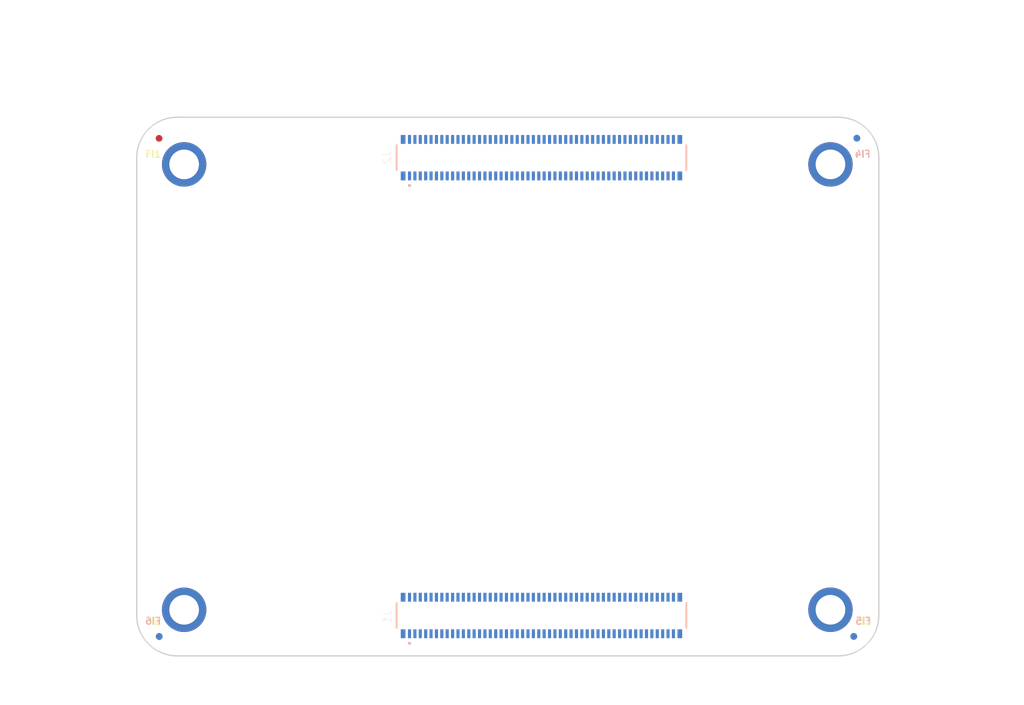
<source format=kicad_pcb>
(kicad_pcb (version 20221018) (generator pcbnew)
  (title_block (title "ULX4M-LD") (date "2022-10-01") (rev "v0.0.2") (company "Intergalaktik d.o.o.") (comment 1 "License: CERN-OHL-S v2"))
  (layers (0 "F.Cu" signal) (1 "In1.Cu" power "GND1.Cu") (2 "In2.Cu" signal "In2signal.Cu") (3 "In3.Cu" power "POWER.Cu") (4 "In4.Cu" power "GND2.Cu") (31 "B.Cu" signal) (34 "B.Paste" user) (35 "F.Paste" user) (36 "B.SilkS" user "B.Silkscreen") (37 "F.SilkS" user "F.Silkscreen") (38 "B.Mask" user) (39 "F.Mask" user) (44 "Edge.Cuts" user))
  (net 0 "")
  (net 1 "GND")
  (net 2 "+5V")
  (net 3 "HDMI0_TX2_P")
  (net 4 "HDMI0_TX2_N")
  (net 5 "HDMI0_TX1_P")
  (net 6 "HDMI0_TX1_N")
  (net 7 "HDMI0_TX0_P")
  (net 8 "HDMI0_TX0_N")
  (net 9 "HDMI0_CLK_P")
  (net 10 "HDMI0_CLK_N")
  (net 11 "CM4_1.8V")
  (net 12 "CM4_3.3V")
  (net 13 "USB_N")
  (net 14 "USB_P")
  (net 15 "HDMI1_HOTPLUG")
  (net 16 "HDMI1_SDA")
  (net 17 "HDMI1_TX2_P")
  (net 18 "HDMI1_SCL")
  (net 19 "HDMI1_TX2_N")
  (net 20 "HDMI1_CEC")
  (net 21 "HDMI1_TX1_P")
  (net 22 "HDMI1_TX1_N")
  (net 23 "HDMI1_TX0_P")
  (net 24 "HDMI1_TX0_N")
  (net 25 "HDMI1_CLK_P")
  (net 26 "HDMI1_CLK_N")
  (net 27 "HDMI0_CEC")
  (net 28 "HDMI0_HOTPLUG")
  (net 29 "HDMI0_SDA")
  (net 30 "HDMI0_SCL")
  (net 31 "PCIe_CLK_P")
  (net 32 "PCIe_CLK_N")
  (net 33 "PCIe_RX_P")
  (net 34 "PCIe_RX_N")
  (net 35 "PCIe_TX_P")
  (net 36 "PCIe_TX_N")
  (net 37 "GPIO12")
  (net 38 "GPIO16")
  (net 39 "GPIO20")
  (net 40 "GPIO21")
  (net 41 "PCIe_CLK_nREQ")
  (net 42 "PCIe_nRST")
  (net 43 "CAM0_D0_N")
  (net 44 "CAM0_D0_P")
  (net 45 "CAM0_D1_N")
  (net 46 "CAM0_D1_P")
  (net 47 "CAM0_C_N")
  (net 48 "CAM0_C_P")
  (net 49 "DSI0_D0_N")
  (net 50 "DSI0_D0_P")
  (net 51 "DSI0_D1_N")
  (net 52 "DSI0_D1_P")
  (net 53 "DSI0_C_N")
  (net 54 "DSI0_C_P")
  (net 55 "SD_PWR_ON")
  (net 56 "GPIO9")
  (net 57 "ETH_0P")
  (net 58 "ETH_2P")
  (net 59 "ETH_0N")
  (net 60 "ETH_2N")
  (net 61 "ETH_1N")
  (net 62 "ETH_3N")
  (net 63 "ETH_1P")
  (net 64 "ETH_3P")
  (net 65 "US2_ID")
  (net 66 "GPIO2")
  (net 67 "GPIO3")
  (net 68 "GPIO14")
  (net 69 "GPIO4")
  (net 70 "GPIO15")
  (net 71 "GPIO18")
  (net 72 "GPIO23")
  (net 73 "GPIO24")
  (net 74 "GPIO25")
  (net 75 "GPIO8")
  (net 76 "GPIO7")
  (net 77 "GPIO6")
  (net 78 "GPIO13")
  (net 79 "GPIO19")
  (net 80 "GPIO26")
  (net 81 "DSI1_D0_N")
  (net 82 "DSI1_D0_P")
  (net 83 "DSI1_D1_N")
  (net 84 "DSI1_D1_P")
  (net 85 "DSI1_C_N")
  (net 86 "DSI1_C_P")
  (net 87 "DSI1_D2_N")
  (net 88 "DSI1_D3_N")
  (net 89 "DSI1_D2_P")
  (net 90 "DSI1_D3_P")
  (net 91 "GPIO27")
  (net 92 "CAM1_D0_N")
  (net 93 "CAM1_D0_P")
  (net 94 "CAM1_D1_N")
  (net 95 "CAM1_D1_P")
  (net 96 "CAM1_C_N")
  (net 97 "CAM1_C_P")
  (net 98 "Camera_GPIO")
  (net 99 "SDA0")
  (net 100 "SCL0")
  (net 101 "GPIO17")
  (net 102 "GPIO22")
  (net 103 "GPIO10")
  (net 104 "GPIO11")
  (net 105 "ID_SD")
  (net 106 "ID_SC")
  (net 107 "GPIO5")
  (net 108 "ETH_nLED1")
  (net 109 "ETH_nLED2")
  (footprint "Fiducial:Fiducial_0.5mm_Mask1mm" (layer "F.Cu") (at 124.900001 104.415002)
    (fp_text reference "FI2" (at -0.45 -1.14) (layer "F.SilkS") (effects (font (size 0.5 0.5) (thickness 0.1))))
    (fp_text value "Fi")
    (pad "" smd circle (at 0 0) (size 0.5 0.5) (layers "F.Cu" "F.Mask") (clearance 0.25))
  )
  (footprint "Mounting_Holes:MountingHole_3.2mm_M3_ISO14580_Pad" (layer "F.Cu") (at 174.750001 102.435002 180)
    (fp_text reference "H1" hide)
    (fp_text value "HOLE" hide)
    (pad "1" thru_hole circle (at 0 0 180) (size 3.3 3.3) (drill 2.2) (layers "*.Cu" "*.Mask") (net 1 "GND"))
  )
  (footprint "Mounting_Holes:MountingHole_3.2mm_M3_ISO14580_Pad" (layer "F.Cu") (at 126.75 102.438601 180)
    (fp_text reference "H2" hide)
    (fp_text value "HOLE" hide)
    (pad "1" thru_hole circle (at 0 0 180) (size 3.3 3.3) (drill 2.2) (layers "*.Cu" "*.Mask") (net 1 "GND"))
  )
  (footprint "Fiducial:Fiducial_0.5mm_Mask1mm" (layer "F.Cu") (at 176.480001 104.415002)
    (fp_text reference "FI3" (at 0.71 -1.14) (layer "F.SilkS") (effects (font (size 0.5 0.5) (thickness 0.1))))
    (fp_text value "Fi")
    (pad "" smd circle (at 0 0) (size 0.5 0.5) (layers "F.Cu" "F.Mask") (clearance 0.25))
  )
  (footprint "Mounting_Holes:MountingHole_3.2mm_M3_ISO14580_Pad" (layer "F.Cu") (at 174.750001 69.360002 180)
    (fp_text reference "H3" hide)
    (fp_text value "HOLE" hide)
    (pad "1" thru_hole circle (at 0 0 180) (size 3.3 3.3) (drill 2.2) (layers "*.Cu" "*.Mask") (net 1 "GND"))
  )
  (footprint "Mounting_Holes:MountingHole_3.2mm_M3_ISO14580_Pad" (layer "F.Cu") (at 126.750001 69.360001 180)
    (fp_text reference "H4" hide)
    (fp_text value "HOLE" hide)
    (pad "1" thru_hole circle (at 0 0 180) (size 3.3 3.3) (drill 2.2) (layers "*.Cu" "*.Mask") (net 1 "GND"))
  )
  (footprint "Fiducial:Fiducial_0.5mm_Mask1mm" (layer "F.Cu") (at 124.890001 67.425002)
    (fp_text reference "FI1" (at -0.44 1.17) (layer "F.SilkS") (effects (font (size 0.5 0.5) (thickness 0.1))))
    (fp_text value "Fi")
    (pad "" smd circle (at 0 0) (size 0.5 0.5) (layers "F.Cu" "F.Mask") (clearance 0.25))
  )
  (footprint "Fiducial:Fiducial_0.5mm_Mask1mm" (layer "B.Cu") (at 176.710001 67.415002)
    (fp_text reference "FI4" (at 0.43 1.18) (layer "B.SilkS") (effects (font (size 0.5 0.5) (thickness 0.1)) (justify mirror)))
    (fp_text value "Fi")
    (fp_text user "${REFERENCE}" (at 0.43 1.18) (layer "B.SilkS") (effects (font (size 0.5 0.5) (thickness 0.1)) (justify mirror)))
    (pad "" smd circle (at 0 0) (size 0.5 0.5) (layers "B.Cu" "B.Mask") (clearance 0.25))
    (pad "" smd circle (at 0 0) (size 0.5 0.5) (layers "B.Cu" "B.Mask") (clearance 0.25))
  )
  (footprint "Fiducial:Fiducial_0.5mm_Mask1mm" (layer "B.Cu") (at 176.480001 104.415002)
    (fp_text reference "FI5" (at 0.71 -1.14) (layer "B.SilkS") (effects (font (size 0.5 0.5) (thickness 0.1)) (justify mirror)))
    (fp_text value "Fi")
    (pad "" smd circle (at 0 0) (size 0.5 0.5) (layers "B.Cu" "B.Mask") (clearance 0.25))
  )
  (footprint "connectors:HRS_DF40C-100DP-0.4V(51)" (layer "B.Cu") (at 153.288001 102.860002)
    (fp_text reference "J1" (at -11.425 0.075 90) (layer "B.SilkS") (effects (font (size 0.64 0.64) (thickness 0.015)) (justify mirror)))
    (fp_text value "DF40C-100DP-0.4V(51)")
    (fp_line (start -10.76 -0.925) (end -10.76 0.925) (stroke (width 0.127)) (layer "B.SilkS"))
    (fp_line (start 10.76 0.925) (end 10.76 -0.925) (stroke (width 0.127)) (layer "B.SilkS"))
    (fp_circle (center -9.8 2.065) (end -9.74 2.065) (stroke (width 0.12)) (fill none) (layer "B.SilkS"))
    (pad "1" smd rect (at -9.8 1.355) (size 0.23 0.66) (layers "B.Cu" "B.Paste" "B.Mask") (net 1 "GND"))
    (pad "2" smd rect (at -9.8 -1.355) (size 0.23 0.66) (layers "B.Cu" "B.Paste" "B.Mask") (net 1 "GND"))
    (pad "3" smd rect (at -9.4 1.355) (size 0.23 0.66) (layers "B.Cu" "B.Paste" "B.Mask") (net 64 "ETH_3P"))
    (pad "4" smd rect (at -9.4 -1.355) (size 0.23 0.66) (layers "B.Cu" "B.Paste" "B.Mask") (net 63 "ETH_1P"))
    (pad "5" smd rect (at -9 1.355) (size 0.23 0.66) (layers "B.Cu" "B.Paste" "B.Mask") (net 62 "ETH_3N"))
    (pad "6" smd rect (at -9 -1.355) (size 0.23 0.66) (layers "B.Cu" "B.Paste" "B.Mask") (net 61 "ETH_1N"))
    (pad "7" smd rect (at -8.6 1.355) (size 0.23 0.66) (layers "B.Cu" "B.Paste" "B.Mask") (net 1 "GND"))
    (pad "8" smd rect (at -8.6 -1.355) (size 0.23 0.66) (layers "B.Cu" "B.Paste" "B.Mask") (net 1 "GND"))
    (pad "9" smd rect (at -8.2 1.355) (size 0.23 0.66) (layers "B.Cu" "B.Paste" "B.Mask") (net 60 "ETH_2N"))
    (pad "10" smd rect (at -8.2 -1.355) (size 0.23 0.66) (layers "B.Cu" "B.Paste" "B.Mask") (net 59 "ETH_0N"))
    (pad "11" smd rect (at -7.8 1.355) (size 0.23 0.66) (layers "B.Cu" "B.Paste" "B.Mask") (net 58 "ETH_2P"))
    (pad "12" smd rect (at -7.8 -1.355) (size 0.23 0.66) (layers "B.Cu" "B.Paste" "B.Mask") (net 57 "ETH_0P"))
    (pad "13" smd rect (at -7.4 1.355) (size 0.23 0.66) (layers "B.Cu" "B.Paste" "B.Mask") (net 1 "GND"))
    (pad "14" smd rect (at -7.4 -1.355) (size 0.23 0.66) (layers "B.Cu" "B.Paste" "B.Mask") (net 1 "GND"))
    (pad "15" smd rect (at -7 1.355) (size 0.23 0.66) (layers "B.Cu" "B.Paste" "B.Mask"))
    (pad "16" smd rect (at -7 -1.355) (size 0.23 0.66) (layers "B.Cu" "B.Paste" "B.Mask"))
    (pad "17" smd rect (at -6.6 1.355) (size 0.23 0.66) (layers "B.Cu" "B.Paste" "B.Mask") (net 109 "ETH_nLED2"))
    (pad "18" smd rect (at -6.6 -1.355) (size 0.23 0.66) (layers "B.Cu" "B.Paste" "B.Mask"))
    (pad "19" smd rect (at -6.2 1.355) (size 0.23 0.66) (layers "B.Cu" "B.Paste" "B.Mask") (net 108 "ETH_nLED1"))
    (pad "20" smd rect (at -6.2 -1.355) (size 0.23 0.66) (layers "B.Cu" "B.Paste" "B.Mask"))
    (pad "21" smd rect (at -5.8 1.355) (size 0.23 0.66) (layers "B.Cu" "B.Paste" "B.Mask"))
    (pad "22" smd rect (at -5.8 -1.355) (size 0.23 0.66) (layers "B.Cu" "B.Paste" "B.Mask") (net 1 "GND"))
    (pad "23" smd rect (at -5.4 1.355) (size 0.23 0.66) (layers "B.Cu" "B.Paste" "B.Mask") (net 1 "GND"))
    (pad "24" smd rect (at -5.4 -1.355) (size 0.23 0.66) (layers "B.Cu" "B.Paste" "B.Mask") (net 80 "GPIO26"))
    (pad "25" smd rect (at -5 1.355) (size 0.23 0.66) (layers "B.Cu" "B.Paste" "B.Mask") (net 40 "GPIO21"))
    (pad "26" smd rect (at -5 -1.355) (size 0.23 0.66) (layers "B.Cu" "B.Paste" "B.Mask") (net 79 "GPIO19"))
    (pad "27" smd rect (at -4.6 1.355) (size 0.23 0.66) (layers "B.Cu" "B.Paste" "B.Mask") (net 39 "GPIO20"))
    (pad "28" smd rect (at -4.6 -1.355) (size 0.23 0.66) (layers "B.Cu" "B.Paste" "B.Mask") (net 78 "GPIO13"))
    (pad "29" smd rect (at -4.2 1.355) (size 0.23 0.66) (layers "B.Cu" "B.Paste" "B.Mask") (net 38 "GPIO16"))
    (pad "30" smd rect (at -4.2 -1.355) (size 0.23 0.66) (layers "B.Cu" "B.Paste" "B.Mask") (net 77 "GPIO6"))
    (pad "31" smd rect (at -3.8 1.355) (size 0.23 0.66) (layers "B.Cu" "B.Paste" "B.Mask") (net 37 "GPIO12"))
    (pad "32" smd rect (at -3.8 -1.355) (size 0.23 0.66) (layers "B.Cu" "B.Paste" "B.Mask") (net 1 "GND"))
    (pad "33" smd rect (at -3.4 1.355) (size 0.23 0.66) (layers "B.Cu" "B.Paste" "B.Mask") (net 1 "GND"))
    (pad "34" smd rect (at -3.4 -1.355) (size 0.23 0.66) (layers "B.Cu" "B.Paste" "B.Mask") (net 107 "GPIO5"))
    (pad "35" smd rect (at -3 1.355) (size 0.23 0.66) (layers "B.Cu" "B.Paste" "B.Mask") (net 106 "ID_SC"))
    (pad "36" smd rect (at -3 -1.355) (size 0.23 0.66) (layers "B.Cu" "B.Paste" "B.Mask") (net 105 "ID_SD"))
    (pad "37" smd rect (at -2.6 1.355) (size 0.23 0.66) (layers "B.Cu" "B.Paste" "B.Mask") (net 76 "GPIO7"))
    (pad "38" smd rect (at -2.6 -1.355) (size 0.23 0.66) (layers "B.Cu" "B.Paste" "B.Mask") (net 104 "GPIO11"))
    (pad "39" smd rect (at -2.2 1.355) (size 0.23 0.66) (layers "B.Cu" "B.Paste" "B.Mask") (net 75 "GPIO8"))
    (pad "40" smd rect (at -2.2 -1.355) (size 0.23 0.66) (layers "B.Cu" "B.Paste" "B.Mask") (net 56 "GPIO9"))
    (pad "41" smd rect (at -1.8 1.355) (size 0.23 0.66) (layers "B.Cu" "B.Paste" "B.Mask") (net 74 "GPIO25"))
    (pad "42" smd rect (at -1.8 -1.355) (size 0.23 0.66) (layers "B.Cu" "B.Paste" "B.Mask") (net 1 "GND"))
    (pad "43" smd rect (at -1.4 1.355) (size 0.23 0.66) (layers "B.Cu" "B.Paste" "B.Mask") (net 1 "GND"))
    (pad "44" smd rect (at -1.4 -1.355) (size 0.23 0.66) (layers "B.Cu" "B.Paste" "B.Mask") (net 103 "GPIO10"))
    (pad "45" smd rect (at -1 1.355) (size 0.23 0.66) (layers "B.Cu" "B.Paste" "B.Mask") (net 73 "GPIO24"))
    (pad "46" smd rect (at -1 -1.355) (size 0.23 0.66) (layers "B.Cu" "B.Paste" "B.Mask") (net 102 "GPIO22"))
    (pad "47" smd rect (at -0.6 1.355) (size 0.23 0.66) (layers "B.Cu" "B.Paste" "B.Mask") (net 72 "GPIO23"))
    (pad "48" smd rect (at -0.6 -1.355) (size 0.23 0.66) (layers "B.Cu" "B.Paste" "B.Mask") (net 91 "GPIO27"))
    (pad "49" smd rect (at -0.2 1.355) (size 0.23 0.66) (layers "B.Cu" "B.Paste" "B.Mask") (net 71 "GPIO18"))
    (pad "50" smd rect (at -0.2 -1.355) (size 0.23 0.66) (layers "B.Cu" "B.Paste" "B.Mask") (net 101 "GPIO17"))
    (pad "51" smd rect (at 0.2 1.355) (size 0.23 0.66) (layers "B.Cu" "B.Paste" "B.Mask") (net 70 "GPIO15"))
    (pad "52" smd rect (at 0.2 -1.355) (size 0.23 0.66) (layers "B.Cu" "B.Paste" "B.Mask") (net 1 "GND"))
    (pad "53" smd rect (at 0.6 1.355) (size 0.23 0.66) (layers "B.Cu" "B.Paste" "B.Mask") (net 1 "GND"))
    (pad "54" smd rect (at 0.6 -1.355) (size 0.23 0.66) (layers "B.Cu" "B.Paste" "B.Mask") (net 69 "GPIO4"))
    (pad "55" smd rect (at 1 1.355) (size 0.23 0.66) (layers "B.Cu" "B.Paste" "B.Mask") (net 68 "GPIO14"))
    (pad "56" smd rect (at 1 -1.355) (size 0.23 0.66) (layers "B.Cu" "B.Paste" "B.Mask") (net 67 "GPIO3"))
    (pad "57" smd rect (at 1.4 1.355) (size 0.23 0.66) (layers "B.Cu" "B.Paste" "B.Mask") (net 70 "GPIO15"))
    (pad "58" smd rect (at 1.4 -1.355) (size 0.23 0.66) (layers "B.Cu" "B.Paste" "B.Mask") (net 66 "GPIO2"))
    (pad "59" smd rect (at 1.8 1.355) (size 0.23 0.66) (layers "B.Cu" "B.Paste" "B.Mask") (net 1 "GND"))
    (pad "60" smd rect (at 1.8 -1.355) (size 0.23 0.66) (layers "B.Cu" "B.Paste" "B.Mask") (net 1 "GND"))
    (pad "61" smd rect (at 2.2 1.355) (size 0.23 0.66) (layers "B.Cu" "B.Paste" "B.Mask") (net 68 "GPIO14"))
    (pad "62" smd rect (at 2.2 -1.355) (size 0.23 0.66) (layers "B.Cu" "B.Paste" "B.Mask") (net 91 "GPIO27"))
    (pad "63" smd rect (at 2.6 1.355) (size 0.23 0.66) (layers "B.Cu" "B.Paste" "B.Mask") (net 69 "GPIO4"))
    (pad "64" smd rect (at 2.6 -1.355) (size 0.23 0.66) (layers "B.Cu" "B.Paste" "B.Mask"))
    (pad "65" smd rect (at 3 1.355) (size 0.23 0.66) (layers "B.Cu" "B.Paste" "B.Mask") (net 1 "GND"))
    (pad "66" smd rect (at 3 -1.355) (size 0.23 0.66) (layers "B.Cu" "B.Paste" "B.Mask") (net 1 "GND"))
    (pad "67" smd rect (at 3.4 1.355) (size 0.23 0.66) (layers "B.Cu" "B.Paste" "B.Mask") (net 67 "GPIO3"))
    (pad "68" smd rect (at 3.4 -1.355) (size 0.23 0.66) (layers "B.Cu" "B.Paste" "B.Mask"))
    (pad "69" smd rect (at 3.8 1.355) (size 0.23 0.66) (layers "B.Cu" "B.Paste" "B.Mask") (net 66 "GPIO2"))
    (pad "70" smd rect (at 3.8 -1.355) (size 0.23 0.66) (layers "B.Cu" "B.Paste" "B.Mask"))
    (pad "71" smd rect (at 4.2 1.355) (size 0.23 0.66) (layers "B.Cu" "B.Paste" "B.Mask") (net 1 "GND"))
    (pad "72" smd rect (at 4.2 -1.355) (size 0.23 0.66) (layers "B.Cu" "B.Paste" "B.Mask"))
    (pad "73" smd rect (at 4.6 1.355) (size 0.23 0.66) (layers "B.Cu" "B.Paste" "B.Mask"))
    (pad "74" smd rect (at 4.6 -1.355) (size 0.23 0.66) (layers "B.Cu" "B.Paste" "B.Mask") (net 1 "GND"))
    (pad "75" smd rect (at 5 1.355) (size 0.23 0.66) (layers "B.Cu" "B.Paste" "B.Mask") (net 55 "SD_PWR_ON"))
    (pad "76" smd rect (at 5 -1.355) (size 0.23 0.66) (layers "B.Cu" "B.Paste" "B.Mask"))
    (pad "77" smd rect (at 5.4 1.355) (size 0.23 0.66) (layers "B.Cu" "B.Paste" "B.Mask") (net 2 "+5V"))
    (pad "78" smd rect (at 5.4 -1.355) (size 0.23 0.66) (layers "B.Cu" "B.Paste" "B.Mask"))
    (pad "79" smd rect (at 5.8 1.355) (size 0.23 0.66) (layers "B.Cu" "B.Paste" "B.Mask") (net 2 "+5V"))
    (pad "80" smd rect (at 5.8 -1.355) (size 0.23 0.66) (layers "B.Cu" "B.Paste" "B.Mask") (net 100 "SCL0"))
    (pad "81" smd rect (at 6.2 1.355) (size 0.23 0.66) (layers "B.Cu" "B.Paste" "B.Mask") (net 2 "+5V"))
    (pad "82" smd rect (at 6.2 -1.355) (size 0.23 0.66) (layers "B.Cu" "B.Paste" "B.Mask") (net 99 "SDA0"))
    (pad "83" smd rect (at 6.6 1.355) (size 0.23 0.66) (layers "B.Cu" "B.Paste" "B.Mask") (net 2 "+5V"))
    (pad "84" smd rect (at 6.6 -1.355) (size 0.23 0.66) (layers "B.Cu" "B.Paste" "B.Mask") (net 12 "CM4_3.3V"))
    (pad "85" smd rect (at 7 1.355) (size 0.23 0.66) (layers "B.Cu" "B.Paste" "B.Mask") (net 2 "+5V"))
    (pad "86" smd rect (at 7 -1.355) (size 0.23 0.66) (layers "B.Cu" "B.Paste" "B.Mask") (net 12 "CM4_3.3V"))
    (pad "87" smd rect (at 7.4 1.355) (size 0.23 0.66) (layers "B.Cu" "B.Paste" "B.Mask") (net 2 "+5V"))
    (pad "88" smd rect (at 7.4 -1.355) (size 0.23 0.66) (layers "B.Cu" "B.Paste" "B.Mask") (net 11 "CM4_1.8V"))
    (pad "89" smd rect (at 7.8 1.355) (size 0.23 0.66) (layers "B.Cu" "B.Paste" "B.Mask"))
    (pad "90" smd rect (at 7.8 -1.355) (size 0.23 0.66) (layers "B.Cu" "B.Paste" "B.Mask") (net 11 "CM4_1.8V"))
    (pad "91" smd rect (at 8.2 1.355) (size 0.23 0.66) (layers "B.Cu" "B.Paste" "B.Mask"))
    (pad "92" smd rect (at 8.2 -1.355) (size 0.23 0.66) (layers "B.Cu" "B.Paste" "B.Mask"))
    (pad "93" smd rect (at 8.6 1.355) (size 0.23 0.66) (layers "B.Cu" "B.Paste" "B.Mask"))
    (pad "94" smd rect (at 8.6 -1.355) (size 0.23 0.66) (layers "B.Cu" "B.Paste" "B.Mask"))
    (pad "95" smd rect (at 9 1.355) (size 0.23 0.66) (layers "B.Cu" "B.Paste" "B.Mask"))
    (pad "96" smd rect (at 9 -1.355) (size 0.23 0.66) (layers "B.Cu" "B.Paste" "B.Mask"))
    (pad "97" smd rect (at 9.4 1.355) (size 0.23 0.66) (layers "B.Cu" "B.Paste" "B.Mask") (net 98 "Camera_GPIO"))
    (pad "98" smd rect (at 9.4 -1.355) (size 0.23 0.66) (layers "B.Cu" "B.Paste" "B.Mask") (net 1 "GND"))
    (pad "99" smd rect (at 9.8 1.355) (size 0.23 0.66) (layers "B.Cu" "B.Paste" "B.Mask"))
    (pad "100" smd rect (at 9.8 -1.355) (size 0.23 0.66) (layers "B.Cu" "B.Paste" "B.Mask"))
    (pad "S1" smd rect (at -10.275 1.355) (size 0.35 0.66) (layers "B.Cu" "B.Paste" "B.Mask"))
    (pad "S2" smd rect (at -10.275 -1.355) (size 0.35 0.66) (layers "B.Cu" "B.Paste" "B.Mask"))
    (pad "S3" smd rect (at 10.275 1.355) (size 0.35 0.66) (layers "B.Cu" "B.Paste" "B.Mask"))
    (pad "S4" smd rect (at 10.275 -1.355) (size 0.35 0.66) (layers "B.Cu" "B.Paste" "B.Mask"))
  )
  (footprint "Fiducial:Fiducial_0.5mm_Mask1mm" (layer "B.Cu") (at 124.900001 104.425002)
    (fp_text reference "FI6" (at -0.45 -1.15) (layer "B.SilkS") (effects (font (size 0.5 0.5) (thickness 0.1)) (justify mirror)))
    (fp_text value "Fi")
    (pad "" smd circle (at 0 0) (size 0.5 0.5) (layers "B.Cu" "B.Mask") (clearance 0.25))
  )
  (footprint "connectors:HRS_DF40C-100DP-0.4V(51)" (layer "B.Cu") (at 153.288001 68.860002)
    (fp_text reference "J2" (at -11.475 -0.025 90) (layer "B.SilkS") (effects (font (size 0.64 0.64) (thickness 0.015)) (justify mirror)))
    (fp_text value "DF40C-100DP-0.4V(51)")
    (fp_line (start -10.76 -0.925) (end -10.76 0.925) (stroke (width 0.127)) (layer "B.SilkS"))
    (fp_line (start 10.76 0.925) (end 10.76 -0.925) (stroke (width 0.127)) (layer "B.SilkS"))
    (fp_circle (center -9.8 2.065) (end -9.74 2.065) (stroke (width 0.12)) (fill none) (layer "B.SilkS"))
    (pad "1" smd rect (at -9.8 1.355) (size 0.23 0.66) (layers "B.Cu" "B.Paste" "B.Mask") (net 65 "US2_ID"))
    (pad "2" smd rect (at -9.8 -1.355) (size 0.23 0.66) (layers "B.Cu" "B.Paste" "B.Mask") (net 41 "PCIe_CLK_nREQ"))
    (pad "3" smd rect (at -9.4 1.355) (size 0.23 0.66) (layers "B.Cu" "B.Paste" "B.Mask") (net 13 "USB_N"))
    (pad "4" smd rect (at -9.4 -1.355) (size 0.23 0.66) (layers "B.Cu" "B.Paste" "B.Mask"))
    (pad "5" smd rect (at -9 1.355) (size 0.23 0.66) (layers "B.Cu" "B.Paste" "B.Mask") (net 14 "USB_P"))
    (pad "6" smd rect (at -9 -1.355) (size 0.23 0.66) (layers "B.Cu" "B.Paste" "B.Mask"))
    (pad "7" smd rect (at -8.6 1.355) (size 0.23 0.66) (layers "B.Cu" "B.Paste" "B.Mask") (net 1 "GND"))
    (pad "8" smd rect (at -8.6 -1.355) (size 0.23 0.66) (layers "B.Cu" "B.Paste" "B.Mask") (net 1 "GND"))
    (pad "9" smd rect (at -8.2 1.355) (size 0.23 0.66) (layers "B.Cu" "B.Paste" "B.Mask") (net 42 "PCIe_nRST"))
    (pad "10" smd rect (at -8.2 -1.355) (size 0.23 0.66) (layers "B.Cu" "B.Paste" "B.Mask") (net 31 "PCIe_CLK_P"))
    (pad "11" smd rect (at -7.8 1.355) (size 0.23 0.66) (layers "B.Cu" "B.Paste" "B.Mask"))
    (pad "12" smd rect (at -7.8 -1.355) (size 0.23 0.66) (layers "B.Cu" "B.Paste" "B.Mask") (net 32 "PCIe_CLK_N"))
    (pad "13" smd rect (at -7.4 1.355) (size 0.23 0.66) (layers "B.Cu" "B.Paste" "B.Mask") (net 1 "GND"))
    (pad "14" smd rect (at -7.4 -1.355) (size 0.23 0.66) (layers "B.Cu" "B.Paste" "B.Mask") (net 1 "GND"))
    (pad "15" smd rect (at -7 1.355) (size 0.23 0.66) (layers "B.Cu" "B.Paste" "B.Mask") (net 92 "CAM1_D0_N"))
    (pad "16" smd rect (at -7 -1.355) (size 0.23 0.66) (layers "B.Cu" "B.Paste" "B.Mask") (net 33 "PCIe_RX_P"))
    (pad "17" smd rect (at -6.6 1.355) (size 0.23 0.66) (layers "B.Cu" "B.Paste" "B.Mask") (net 93 "CAM1_D0_P"))
    (pad "18" smd rect (at -6.6 -1.355) (size 0.23 0.66) (layers "B.Cu" "B.Paste" "B.Mask") (net 34 "PCIe_RX_N"))
    (pad "19" smd rect (at -6.2 1.355) (size 0.23 0.66) (layers "B.Cu" "B.Paste" "B.Mask") (net 1 "GND"))
    (pad "20" smd rect (at -6.2 -1.355) (size 0.23 0.66) (layers "B.Cu" "B.Paste" "B.Mask") (net 1 "GND"))
    (pad "21" smd rect (at -5.8 1.355) (size 0.23 0.66) (layers "B.Cu" "B.Paste" "B.Mask") (net 94 "CAM1_D1_N"))
    (pad "22" smd rect (at -5.8 -1.355) (size 0.23 0.66) (layers "B.Cu" "B.Paste" "B.Mask") (net 35 "PCIe_TX_P"))
    (pad "23" smd rect (at -5.4 1.355) (size 0.23 0.66) (layers "B.Cu" "B.Paste" "B.Mask") (net 95 "CAM1_D1_P"))
    (pad "24" smd rect (at -5.4 -1.355) (size 0.23 0.66) (layers "B.Cu" "B.Paste" "B.Mask") (net 36 "PCIe_TX_N"))
    (pad "25" smd rect (at -5 1.355) (size 0.23 0.66) (layers "B.Cu" "B.Paste" "B.Mask") (net 1 "GND"))
    (pad "26" smd rect (at -5 -1.355) (size 0.23 0.66) (layers "B.Cu" "B.Paste" "B.Mask") (net 1 "GND"))
    (pad "27" smd rect (at -4.6 1.355) (size 0.23 0.66) (layers "B.Cu" "B.Paste" "B.Mask") (net 96 "CAM1_C_N"))
    (pad "28" smd rect (at -4.6 -1.355) (size 0.23 0.66) (layers "B.Cu" "B.Paste" "B.Mask") (net 43 "CAM0_D0_N"))
    (pad "29" smd rect (at -4.2 1.355) (size 0.23 0.66) (layers "B.Cu" "B.Paste" "B.Mask") (net 97 "CAM1_C_P"))
    (pad "30" smd rect (at -4.2 -1.355) (size 0.23 0.66) (layers "B.Cu" "B.Paste" "B.Mask") (net 44 "CAM0_D0_P"))
    (pad "31" smd rect (at -3.8 1.355) (size 0.23 0.66) (layers "B.Cu" "B.Paste" "B.Mask") (net 1 "GND"))
    (pad "32" smd rect (at -3.8 -1.355) (size 0.23 0.66) (layers "B.Cu" "B.Paste" "B.Mask") (net 1 "GND"))
    (pad "33" smd rect (at -3.4 1.355) (size 0.23 0.66) (layers "B.Cu" "B.Paste" "B.Mask"))
    (pad "34" smd rect (at -3.4 -1.355) (size 0.23 0.66) (layers "B.Cu" "B.Paste" "B.Mask") (net 45 "CAM0_D1_N"))
    (pad "35" smd rect (at -3 1.355) (size 0.23 0.66) (layers "B.Cu" "B.Paste" "B.Mask"))
    (pad "36" smd rect (at -3 -1.355) (size 0.23 0.66) (layers "B.Cu" "B.Paste" "B.Mask") (net 46 "CAM0_D1_P"))
    (pad "37" smd rect (at -2.6 1.355) (size 0.23 0.66) (layers "B.Cu" "B.Paste" "B.Mask") (net 1 "GND"))
    (pad "38" smd rect (at -2.6 -1.355) (size 0.23 0.66) (layers "B.Cu" "B.Paste" "B.Mask") (net 1 "GND"))
    (pad "39" smd rect (at -2.2 1.355) (size 0.23 0.66) (layers "B.Cu" "B.Paste" "B.Mask"))
    (pad "40" smd rect (at -2.2 -1.355) (size 0.23 0.66) (layers "B.Cu" "B.Paste" "B.Mask") (net 47 "CAM0_C_N"))
    (pad "41" smd rect (at -1.8 1.355) (size 0.23 0.66) (layers "B.Cu" "B.Paste" "B.Mask"))
    (pad "42" smd rect (at -1.8 -1.355) (size 0.23 0.66) (layers "B.Cu" "B.Paste" "B.Mask") (net 48 "CAM0_C_P"))
    (pad "43" smd rect (at -1.4 1.355) (size 0.23 0.66) (layers "B.Cu" "B.Paste" "B.Mask") (net 15 "HDMI1_HOTPLUG"))
    (pad "44" smd rect (at -1.4 -1.355) (size 0.23 0.66) (layers "B.Cu" "B.Paste" "B.Mask") (net 1 "GND"))
    (pad "45" smd rect (at -1 1.355) (size 0.23 0.66) (layers "B.Cu" "B.Paste" "B.Mask") (net 16 "HDMI1_SDA"))
    (pad "46" smd rect (at -1 -1.355) (size 0.23 0.66) (layers "B.Cu" "B.Paste" "B.Mask") (net 17 "HDMI1_TX2_P"))
    (pad "47" smd rect (at -0.6 1.355) (size 0.23 0.66) (layers "B.Cu" "B.Paste" "B.Mask") (net 18 "HDMI1_SCL"))
    (pad "48" smd rect (at -0.6 -1.355) (size 0.23 0.66) (layers "B.Cu" "B.Paste" "B.Mask") (net 19 "HDMI1_TX2_N"))
    (pad "49" smd rect (at -0.2 1.355) (size 0.23 0.66) (layers "B.Cu" "B.Paste" "B.Mask") (net 20 "HDMI1_CEC"))
    (pad "50" smd rect (at -0.2 -1.355) (size 0.23 0.66) (layers "B.Cu" "B.Paste" "B.Mask") (net 1 "GND"))
    (pad "51" smd rect (at 0.2 1.355) (size 0.23 0.66) (layers "B.Cu" "B.Paste" "B.Mask") (net 27 "HDMI0_CEC"))
    (pad "52" smd rect (at 0.2 -1.355) (size 0.23 0.66) (layers "B.Cu" "B.Paste" "B.Mask") (net 21 "HDMI1_TX1_P"))
    (pad "53" smd rect (at 0.6 1.355) (size 0.23 0.66) (layers "B.Cu" "B.Paste" "B.Mask") (net 28 "HDMI0_HOTPLUG"))
    (pad "54" smd rect (at 0.6 -1.355) (size 0.23 0.66) (layers "B.Cu" "B.Paste" "B.Mask") (net 22 "HDMI1_TX1_N"))
    (pad "55" smd rect (at 1 1.355) (size 0.23 0.66) (layers "B.Cu" "B.Paste" "B.Mask") (net 1 "GND"))
    (pad "56" smd rect (at 1 -1.355) (size 0.23 0.66) (layers "B.Cu" "B.Paste" "B.Mask") (net 1 "GND"))
    (pad "57" smd rect (at 1.4 1.355) (size 0.23 0.66) (layers "B.Cu" "B.Paste" "B.Mask") (net 49 "DSI0_D0_N"))
    (pad "58" smd rect (at 1.4 -1.355) (size 0.23 0.66) (layers "B.Cu" "B.Paste" "B.Mask") (net 23 "HDMI1_TX0_P"))
    (pad "59" smd rect (at 1.8 1.355) (size 0.23 0.66) (layers "B.Cu" "B.Paste" "B.Mask") (net 50 "DSI0_D0_P"))
    (pad "60" smd rect (at 1.8 -1.355) (size 0.23 0.66) (layers "B.Cu" "B.Paste" "B.Mask") (net 24 "HDMI1_TX0_N"))
    (pad "61" smd rect (at 2.2 1.355) (size 0.23 0.66) (layers "B.Cu" "B.Paste" "B.Mask") (net 1 "GND"))
    (pad "62" smd rect (at 2.2 -1.355) (size 0.23 0.66) (layers "B.Cu" "B.Paste" "B.Mask") (net 1 "GND"))
    (pad "63" smd rect (at 2.6 1.355) (size 0.23 0.66) (layers "B.Cu" "B.Paste" "B.Mask") (net 51 "DSI0_D1_N"))
    (pad "64" smd rect (at 2.6 -1.355) (size 0.23 0.66) (layers "B.Cu" "B.Paste" "B.Mask") (net 25 "HDMI1_CLK_P"))
    (pad "65" smd rect (at 3 1.355) (size 0.23 0.66) (layers "B.Cu" "B.Paste" "B.Mask") (net 52 "DSI0_D1_P"))
    (pad "66" smd rect (at 3 -1.355) (size 0.23 0.66) (layers "B.Cu" "B.Paste" "B.Mask") (net 26 "HDMI1_CLK_N"))
    (pad "67" smd rect (at 3.4 1.355) (size 0.23 0.66) (layers "B.Cu" "B.Paste" "B.Mask") (net 1 "GND"))
    (pad "68" smd rect (at 3.4 -1.355) (size 0.23 0.66) (layers "B.Cu" "B.Paste" "B.Mask") (net 1 "GND"))
    (pad "69" smd rect (at 3.8 1.355) (size 0.23 0.66) (layers "B.Cu" "B.Paste" "B.Mask") (net 53 "DSI0_C_N"))
    (pad "70" smd rect (at 3.8 -1.355) (size 0.23 0.66) (layers "B.Cu" "B.Paste" "B.Mask") (net 3 "HDMI0_TX2_P"))
    (pad "71" smd rect (at 4.2 1.355) (size 0.23 0.66) (layers "B.Cu" "B.Paste" "B.Mask") (net 54 "DSI0_C_P"))
    (pad "72" smd rect (at 4.2 -1.355) (size 0.23 0.66) (layers "B.Cu" "B.Paste" "B.Mask") (net 4 "HDMI0_TX2_N"))
    (pad "73" smd rect (at 4.6 1.355) (size 0.23 0.66) (layers "B.Cu" "B.Paste" "B.Mask") (net 1 "GND"))
    (pad "74" smd rect (at 4.6 -1.355) (size 0.23 0.66) (layers "B.Cu" "B.Paste" "B.Mask") (net 1 "GND"))
    (pad "75" smd rect (at 5 1.355) (size 0.23 0.66) (layers "B.Cu" "B.Paste" "B.Mask") (net 81 "DSI1_D0_N"))
    (pad "76" smd rect (at 5 -1.355) (size 0.23 0.66) (layers "B.Cu" "B.Paste" "B.Mask") (net 5 "HDMI0_TX1_P"))
    (pad "77" smd rect (at 5.4 1.355) (size 0.23 0.66) (layers "B.Cu" "B.Paste" "B.Mask") (net 82 "DSI1_D0_P"))
    (pad "78" smd rect (at 5.4 -1.355) (size 0.23 0.66) (layers "B.Cu" "B.Paste" "B.Mask") (net 6 "HDMI0_TX1_N"))
    (pad "79" smd rect (at 5.8 1.355) (size 0.23 0.66) (layers "B.Cu" "B.Paste" "B.Mask") (net 1 "GND"))
    (pad "80" smd rect (at 5.8 -1.355) (size 0.23 0.66) (layers "B.Cu" "B.Paste" "B.Mask") (net 1 "GND"))
    (pad "81" smd rect (at 6.2 1.355) (size 0.23 0.66) (layers "B.Cu" "B.Paste" "B.Mask") (net 83 "DSI1_D1_N"))
    (pad "82" smd rect (at 6.2 -1.355) (size 0.23 0.66) (layers "B.Cu" "B.Paste" "B.Mask") (net 7 "HDMI0_TX0_P"))
    (pad "83" smd rect (at 6.6 1.355) (size 0.23 0.66) (layers "B.Cu" "B.Paste" "B.Mask") (net 84 "DSI1_D1_P"))
    (pad "84" smd rect (at 6.6 -1.355) (size 0.23 0.66) (layers "B.Cu" "B.Paste" "B.Mask") (net 8 "HDMI0_TX0_N"))
    (pad "85" smd rect (at 7 1.355) (size 0.23 0.66) (layers "B.Cu" "B.Paste" "B.Mask") (net 1 "GND"))
    (pad "86" smd rect (at 7 -1.355) (size 0.23 0.66) (layers "B.Cu" "B.Paste" "B.Mask") (net 1 "GND"))
    (pad "87" smd rect (at 7.4 1.355) (size 0.23 0.66) (layers "B.Cu" "B.Paste" "B.Mask") (net 85 "DSI1_C_N"))
    (pad "88" smd rect (at 7.4 -1.355) (size 0.23 0.66) (layers "B.Cu" "B.Paste" "B.Mask") (net 9 "HDMI0_CLK_P"))
    (pad "89" smd rect (at 7.8 1.355) (size 0.23 0.66) (layers "B.Cu" "B.Paste" "B.Mask") (net 86 "DSI1_C_P"))
    (pad "90" smd rect (at 7.8 -1.355) (size 0.23 0.66) (layers "B.Cu" "B.Paste" "B.Mask") (net 10 "HDMI0_CLK_N"))
    (pad "91" smd rect (at 8.2 1.355) (size 0.23 0.66) (layers "B.Cu" "B.Paste" "B.Mask") (net 1 "GND"))
    (pad "92" smd rect (at 8.2 -1.355) (size 0.23 0.66) (layers "B.Cu" "B.Paste" "B.Mask") (net 1 "GND"))
    (pad "93" smd rect (at 8.6 1.355) (size 0.23 0.66) (layers "B.Cu" "B.Paste" "B.Mask") (net 87 "DSI1_D2_N"))
    (pad "94" smd rect (at 8.6 -1.355) (size 0.23 0.66) (layers "B.Cu" "B.Paste" "B.Mask") (net 88 "DSI1_D3_N"))
    (pad "95" smd rect (at 9 1.355) (size 0.23 0.66) (layers "B.Cu" "B.Paste" "B.Mask") (net 89 "DSI1_D2_P"))
    (pad "96" smd rect (at 9 -1.355) (size 0.23 0.66) (layers "B.Cu" "B.Paste" "B.Mask") (net 90 "DSI1_D3_P"))
    (pad "97" smd rect (at 9.4 1.355) (size 0.23 0.66) (layers "B.Cu" "B.Paste" "B.Mask") (net 1 "GND"))
    (pad "98" smd rect (at 9.4 -1.355) (size 0.23 0.66) (layers "B.Cu" "B.Paste" "B.Mask") (net 1 "GND"))
    (pad "99" smd rect (at 9.8 1.355) (size 0.23 0.66) (layers "B.Cu" "B.Paste" "B.Mask") (net 29 "HDMI0_SDA"))
    (pad "100" smd rect (at 9.8 -1.355) (size 0.23 0.66) (layers "B.Cu" "B.Paste" "B.Mask") (net 30 "HDMI0_SCL"))
    (pad "S1" smd rect (at -10.275 1.355) (size 0.35 0.66) (layers "B.Cu" "B.Paste" "B.Mask"))
    (pad "S2" smd rect (at -10.275 -1.355) (size 0.35 0.66) (layers "B.Cu" "B.Paste" "B.Mask"))
    (pad "S3" smd rect (at 10.275 1.355) (size 0.35 0.66) (layers "B.Cu" "B.Paste" "B.Mask"))
    (pad "S4" smd rect (at 10.275 -1.355) (size 0.35 0.66) (layers "B.Cu" "B.Paste" "B.Mask"))
  )
  (gr_line (start 123.230001 102.860001) (end 123.230001 68.860002) (stroke (width 0.1)) (layer "Edge.Cuts"))
  (gr_arc (start 123.230001 68.860002) (mid 124.108681 66.738682) (end 126.230001 65.859994) (stroke (width 0.1)) (layer "Edge.Cuts"))
  (gr_line (start 126.230001 65.859994) (end 175.339987 65.860002) (stroke (width 0.1)) (layer "Edge.Cuts"))
  (gr_arc (start 178.34 102.859996) (mid 177.461322 104.98132) (end 175.34 105.86) (stroke (width 0.1)) (layer "Edge.Cuts"))
  (gr_arc (start 175.339987 65.860002) (mid 177.461316 66.738677) (end 178.340001 68.860002) (stroke (width 0.1)) (layer "Edge.Cuts"))
  (gr_line (start 178.34 102.859996) (end 178.340001 68.860002) (stroke (width 0.1)) (layer "Edge.Cuts"))
  (gr_arc (start 126.23 105.86) (mid 124.108681 104.98132) (end 123.230001 102.860001) (stroke (width 0.1)) (layer "Edge.Cuts"))
  (gr_line (start 126.23 105.86) (end 175.34 105.86) (stroke (width 0.1)) (layer "Edge.Cuts"))
)
</source>
